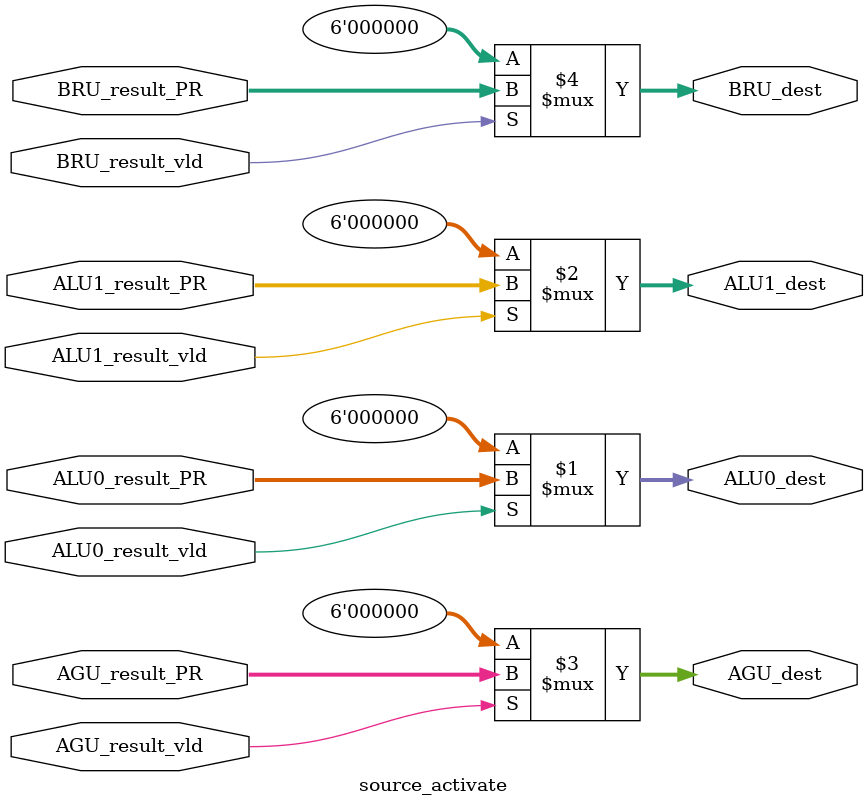
<source format=v>
module  source_activate(
    input                ALU0_result_vld,
    input                ALU1_result_vld,
    input                AGU_result_vld,
    input                BRU_result_vld,

    input        [5:0]   ALU0_result_PR,
    input        [5:0]   ALU1_result_PR,
    input        [5:0]   AGU_result_PR,
    input        [5:0]   BRU_result_PR,

    output       [5:0]   ALU0_dest,
    output       [5:0]   ALU1_dest,
    output       [5:0]   AGU_dest,
    output       [5:0]   BRU_dest
);

    assign ALU0_dest = ALU0_result_vld ? ALU0_result_PR : 6'b0;
    assign ALU1_dest = ALU1_result_vld ? ALU1_result_PR : 6'b0;
    assign AGU_dest  = AGU_result_vld  ? AGU_result_PR  : 6'b0;
    assign BRU_dest  = BRU_result_vld  ? BRU_result_PR  : 6'b0;

endmodule
</source>
